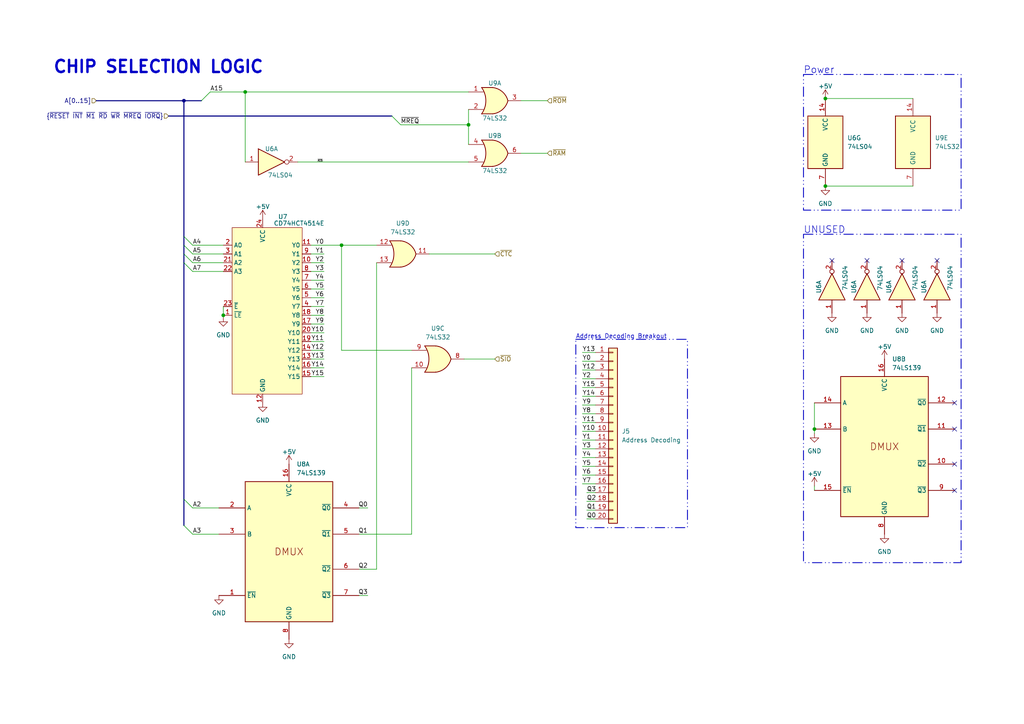
<source format=kicad_sch>
(kicad_sch (version 20230121) (generator eeschema)
  (paper "A4")
  (title_block (title "JML-8-Mini Schematic") (date "2023-10-02") (rev "A") (company "https://github.com/jac-oblong/JML") (comment 1 "Design of Z80 based microcomputer") (comment 3 "Released under MIT License") (comment 4 "Created by: Jacob Long (https://github.com/jac-oblong)"))
  (lib_symbols
    (symbol "74xx:74LS04"
      (property "Reference" "U" (at 0 1.27 0))
      (property "Value" "74LS04" (at 0 -1.27 0))
      (symbol "74LS04_1_0"
        (polyline (pts (xy -3.81 3.81) (xy -3.81 -3.81) (xy 3.81 0) (xy -3.81 3.81)) (stroke (width 0.254)) (fill (type background)))
        (pin input line (at -7.62 0 0) (length 3.81) (name "~") (number "1"))
        (pin output inverted (at 7.62 0 180) (length 3.81) (name "~") (number "2"))
      )
      (symbol "74LS04_2_0"
        (polyline (pts (xy -3.81 3.81) (xy -3.81 -3.81) (xy 3.81 0) (xy -3.81 3.81)) (stroke (width 0.254)) (fill (type background)))
        (pin input line (at -7.62 0 0) (length 3.81) (name "~") (number "3"))
        (pin output inverted (at 7.62 0 180) (length 3.81) (name "~") (number "4"))
      )
      (symbol "74LS04_3_0"
        (polyline (pts (xy -3.81 3.81) (xy -3.81 -3.81) (xy 3.81 0) (xy -3.81 3.81)) (stroke (width 0.254)) (fill (type background)))
        (pin input line (at -7.62 0 0) (length 3.81) (name "~") (number "5"))
        (pin output inverted (at 7.62 0 180) (length 3.81) (name "~") (number "6"))
      )
      (symbol "74LS04_4_0"
        (polyline (pts (xy -3.81 3.81) (xy -3.81 -3.81) (xy 3.81 0) (xy -3.81 3.81)) (stroke (width 0.254)) (fill (type background)))
        (pin output inverted (at 7.62 0 180) (length 3.81) (name "~") (number "8"))
        (pin input line (at -7.62 0 0) (length 3.81) (name "~") (number "9"))
      )
      (symbol "74LS04_5_0"
        (polyline (pts (xy -3.81 3.81) (xy -3.81 -3.81) (xy 3.81 0) (xy -3.81 3.81)) (stroke (width 0.254)) (fill (type background)))
        (pin output inverted (at 7.62 0 180) (length 3.81) (name "~") (number "10"))
        (pin input line (at -7.62 0 0) (length 3.81) (name "~") (number "11"))
      )
      (symbol "74LS04_6_0"
        (polyline (pts (xy -3.81 3.81) (xy -3.81 -3.81) (xy 3.81 0) (xy -3.81 3.81)) (stroke (width 0.254)) (fill (type background)))
        (pin output inverted (at 7.62 0 180) (length 3.81) (name "~") (number "12"))
        (pin input line (at -7.62 0 0) (length 3.81) (name "~") (number "13"))
      )
      (symbol "74LS04_7_0"
        (pin power_in line (at 0 12.7 270) (length 5.08) (name "VCC") (number "14"))
        (pin power_in line (at 0 -12.7 90) (length 5.08) (name "GND") (number "7"))
      )
      (symbol "74LS04_7_1"
        (rectangle (start -5.08 7.62) (end 5.08 -7.62) (stroke (width 0.254)) (fill (type background)))
      )
    )
    (symbol "74xx:74LS32" (pin_names (offset 1.016))
      (property "Reference" "U" (at 0 1.27 0))
      (property "Value" "74LS32" (at 0 -1.27 0))
      (symbol "74LS32_1_1"
        (arc (start -3.81 -3.81) (mid -2.589 0) (end -3.81 3.81) (stroke (width 0.254)))
        (arc (start -0.6096 -3.81) (mid 2.1842 -2.5851) (end 3.81 0) (stroke (width 0.254)) (fill (type background)))
        (polyline (pts (xy -3.81 -3.81) (xy -0.635 -3.81)) (stroke (width 0.254)) (fill (type background)))
        (polyline (pts (xy -3.81 3.81) (xy -0.635 3.81)) (stroke (width 0.254)) (fill (type background)))
        (polyline (pts (xy -0.635 3.81) (xy -3.81 3.81) (xy -3.81 3.81) (xy -3.556 3.4036) (xy -3.0226 2.2606) (xy -2.6924 1.0414) (xy -2.6162 -0.254) (xy -2.7686 -1.4986) (xy -3.175 -2.7178) (xy -3.81 -3.81) (xy -3.81 -3.81) (xy -0.635 -3.81)) (stroke (width -25.4)) (fill (type background)))
        (arc (start 3.81 0) (mid 2.1915 2.5936) (end -0.6096 3.81) (stroke (width 0.254)) (fill (type background)))
        (pin input line (at -7.62 2.54 0) (length 4.318) (name "~") (number "1"))
        (pin input line (at -7.62 -2.54 0) (length 4.318) (name "~") (number "2"))
        (pin output line (at 7.62 0 180) (length 3.81) (name "~") (number "3"))
      )
      (symbol "74LS32_1_2"
        (arc (start 0 -3.81) (mid 3.7934 0) (end 0 3.81) (stroke (width 0.254)) (fill (type background)))
        (polyline (pts (xy 0 3.81) (xy -3.81 3.81) (xy -3.81 -3.81) (xy 0 -3.81)) (stroke (width 0.254)) (fill (type background)))
        (pin input inverted (at -7.62 2.54 0) (length 3.81) (name "~") (number "1"))
        (pin input inverted (at -7.62 -2.54 0) (length 3.81) (name "~") (number "2"))
        (pin output inverted (at 7.62 0 180) (length 3.81) (name "~") (number "3"))
      )
      (symbol "74LS32_2_1"
        (arc (start -3.81 -3.81) (mid -2.589 0) (end -3.81 3.81) (stroke (width 0.254)))
        (arc (start -0.6096 -3.81) (mid 2.1842 -2.5851) (end 3.81 0) (stroke (width 0.254)) (fill (type background)))
        (polyline (pts (xy -3.81 -3.81) (xy -0.635 -3.81)) (stroke (width 0.254)) (fill (type background)))
        (polyline (pts (xy -3.81 3.81) (xy -0.635 3.81)) (stroke (width 0.254)) (fill (type background)))
        (polyline (pts (xy -0.635 3.81) (xy -3.81 3.81) (xy -3.81 3.81) (xy -3.556 3.4036) (xy -3.0226 2.2606) (xy -2.6924 1.0414) (xy -2.6162 -0.254) (xy -2.7686 -1.4986) (xy -3.175 -2.7178) (xy -3.81 -3.81) (xy -3.81 -3.81) (xy -0.635 -3.81)) (stroke (width -25.4)) (fill (type background)))
        (arc (start 3.81 0) (mid 2.1915 2.5936) (end -0.6096 3.81) (stroke (width 0.254)) (fill (type background)))
        (pin input line (at -7.62 2.54 0) (length 4.318) (name "~") (number "4"))
        (pin input line (at -7.62 -2.54 0) (length 4.318) (name "~") (number "5"))
        (pin output line (at 7.62 0 180) (length 3.81) (name "~") (number "6"))
      )
      (symbol "74LS32_2_2"
        (arc (start 0 -3.81) (mid 3.7934 0) (end 0 3.81) (stroke (width 0.254)) (fill (type background)))
        (polyline (pts (xy 0 3.81) (xy -3.81 3.81) (xy -3.81 -3.81) (xy 0 -3.81)) (stroke (width 0.254)) (fill (type background)))
        (pin input inverted (at -7.62 2.54 0) (length 3.81) (name "~") (number "4"))
        (pin input inverted (at -7.62 -2.54 0) (length 3.81) (name "~") (number "5"))
        (pin output inverted (at 7.62 0 180) (length 3.81) (name "~") (number "6"))
      )
      (symbol "74LS32_3_1"
        (arc (start -3.81 -3.81) (mid -2.589 0) (end -3.81 3.81) (stroke (width 0.254)))
        (arc (start -0.6096 -3.81) (mid 2.1842 -2.5851) (end 3.81 0) (stroke (width 0.254)) (fill (type background)))
        (polyline (pts (xy -3.81 -3.81) (xy -0.635 -3.81)) (stroke (width 0.254)) (fill (type background)))
        (polyline (pts (xy -3.81 3.81) (xy -0.635 3.81)) (stroke (width 0.254)) (fill (type background)))
        (polyline (pts (xy -0.635 3.81) (xy -3.81 3.81) (xy -3.81 3.81) (xy -3.556 3.4036) (xy -3.0226 2.2606) (xy -2.6924 1.0414) (xy -2.6162 -0.254) (xy -2.7686 -1.4986) (xy -3.175 -2.7178) (xy -3.81 -3.81) (xy -3.81 -3.81) (xy -0.635 -3.81)) (stroke (width -25.4)) (fill (type background)))
        (arc (start 3.81 0) (mid 2.1915 2.5936) (end -0.6096 3.81) (stroke (width 0.254)) (fill (type background)))
        (pin input line (at -7.62 -2.54 0) (length 4.318) (name "~") (number "10"))
        (pin output line (at 7.62 0 180) (length 3.81) (name "~") (number "8"))
        (pin input line (at -7.62 2.54 0) (length 4.318) (name "~") (number "9"))
      )
      (symbol "74LS32_3_2"
        (arc (start 0 -3.81) (mid 3.7934 0) (end 0 3.81) (stroke (width 0.254)) (fill (type background)))
        (polyline (pts (xy 0 3.81) (xy -3.81 3.81) (xy -3.81 -3.81) (xy 0 -3.81)) (stroke (width 0.254)) (fill (type background)))
        (pin input inverted (at -7.62 -2.54 0) (length 3.81) (name "~") (number "10"))
        (pin output inverted (at 7.62 0 180) (length 3.81) (name "~") (number "8"))
        (pin input inverted (at -7.62 2.54 0) (length 3.81) (name "~") (number "9"))
      )
      (symbol "74LS32_4_1"
        (arc (start -3.81 -3.81) (mid -2.589 0) (end -3.81 3.81) (stroke (width 0.254)))
        (arc (start -0.6096 -3.81) (mid 2.1842 -2.5851) (end 3.81 0) (stroke (width 0.254)) (fill (type background)))
        (polyline (pts (xy -3.81 -3.81) (xy -0.635 -3.81)) (stroke (width 0.254)) (fill (type background)))
        (polyline (pts (xy -3.81 3.81) (xy -0.635 3.81)) (stroke (width 0.254)) (fill (type background)))
        (polyline (pts (xy -0.635 3.81) (xy -3.81 3.81) (xy -3.81 3.81) (xy -3.556 3.4036) (xy -3.0226 2.2606) (xy -2.6924 1.0414) (xy -2.6162 -0.254) (xy -2.7686 -1.4986) (xy -3.175 -2.7178) (xy -3.81 -3.81) (xy -3.81 -3.81) (xy -0.635 -3.81)) (stroke (width -25.4)) (fill (type background)))
        (arc (start 3.81 0) (mid 2.1915 2.5936) (end -0.6096 3.81) (stroke (width 0.254)) (fill (type background)))
        (pin output line (at 7.62 0 180) (length 3.81) (name "~") (number "11"))
        (pin input line (at -7.62 2.54 0) (length 4.318) (name "~") (number "12"))
        (pin input line (at -7.62 -2.54 0) (length 4.318) (name "~") (number "13"))
      )
      (symbol "74LS32_4_2"
        (arc (start 0 -3.81) (mid 3.7934 0) (end 0 3.81) (stroke (width 0.254)) (fill (type background)))
        (polyline (pts (xy 0 3.81) (xy -3.81 3.81) (xy -3.81 -3.81) (xy 0 -3.81)) (stroke (width 0.254)) (fill (type background)))
        (pin output inverted (at 7.62 0 180) (length 3.81) (name "~") (number "11"))
        (pin input inverted (at -7.62 2.54 0) (length 3.81) (name "~") (number "12"))
        (pin input inverted (at -7.62 -2.54 0) (length 3.81) (name "~") (number "13"))
      )
      (symbol "74LS32_5_0"
        (pin power_in line (at 0 12.7 270) (length 5.08) (name "VCC") (number "14"))
        (pin power_in line (at 0 -12.7 90) (length 5.08) (name "GND") (number "7"))
      )
      (symbol "74LS32_5_1"
        (rectangle (start -5.08 7.62) (end 5.08 -7.62) (stroke (width 0.254)) (fill (type background)))
      )
    )
    (symbol "74xx_IEEE:74LS139"
      (property "Reference" "U" (at 12.7 22.86 0))
      (property "Value" "74LS139" (at 15.24 -22.86 0))
      (symbol "74LS139_0_0"
        (rectangle (start -12.7 20.32) (end 12.7 -20.32) (stroke (width 0.254)) (fill (type background)))
        (text "DMUX" (at 0 0 0) (effects (font (size 2.032 2.032))))
        (pin power_in line (at 0 25.4 270) (length 5.08) (name "VCC") (number "16"))
        (pin power_in line (at 0 -25.4 90) (length 5.08) (name "GND") (number "8"))
      )
      (symbol "74LS139_1_1"
        (pin input line (at -20.32 -12.7 0) (length 7.62) (name "~{EN}") (number "1"))
        (pin input line (at -20.32 12.7 0) (length 7.62) (name "A") (number "2"))
        (pin input line (at -20.32 5.08 0) (length 7.62) (name "B") (number "3"))
        (pin output line (at 20.32 12.7 180) (length 7.62) (name "~{Q0}") (number "4"))
        (pin output line (at 20.32 5.08 180) (length 7.62) (name "~{Q1}") (number "5"))
        (pin output line (at 20.32 -5.08 180) (length 7.62) (name "~{Q2}") (number "6"))
        (pin output line (at 20.32 -12.7 180) (length 7.62) (name "~{Q3}") (number "7"))
      )
      (symbol "74LS139_2_1"
        (pin output line (at 20.32 -5.08 180) (length 7.62) (name "~{Q2}") (number "10"))
        (pin output line (at 20.32 5.08 180) (length 7.62) (name "~{Q1}") (number "11"))
        (pin output line (at 20.32 12.7 180) (length 7.62) (name "~{Q0}") (number "12"))
        (pin input line (at -20.32 5.08 0) (length 7.62) (name "B") (number "13"))
        (pin input line (at -20.32 12.7 0) (length 7.62) (name "A") (number "14"))
        (pin input line (at -20.32 -12.7 0) (length 7.62) (name "~{EN}") (number "15"))
        (pin output line (at 20.32 -12.7 180) (length 7.62) (name "~{Q3}") (number "9"))
      )
    )
    (symbol "Connector_Generic:Conn_01x20" (pin_names (offset 1.016) hide)
      (property "Reference" "J" (at 0 25.4 0))
      (property "Value" "Conn_01x20" (at 0 -27.94 0))
      (symbol "Conn_01x20_1_1"
        (rectangle (start -1.27 -25.273) (end 0 -25.527) (stroke (width 0.1524)))
        (rectangle (start -1.27 -22.733) (end 0 -22.987) (stroke (width 0.1524)))
        (rectangle (start -1.27 -20.193) (end 0 -20.447) (stroke (width 0.1524)))
        (rectangle (start -1.27 -17.653) (end 0 -17.907) (stroke (width 0.1524)))
        (rectangle (start -1.27 -15.113) (end 0 -15.367) (stroke (width 0.1524)))
        (rectangle (start -1.27 -12.573) (end 0 -12.827) (stroke (width 0.1524)))
        (rectangle (start -1.27 -10.033) (end 0 -10.287) (stroke (width 0.1524)))
        (rectangle (start -1.27 -7.493) (end 0 -7.747) (stroke (width 0.1524)))
        (rectangle (start -1.27 -4.953) (end 0 -5.207) (stroke (width 0.1524)))
        (rectangle (start -1.27 -2.413) (end 0 -2.667) (stroke (width 0.1524)))
        (rectangle (start -1.27 0.127) (end 0 -0.127) (stroke (width 0.1524)))
        (rectangle (start -1.27 2.667) (end 0 2.413) (stroke (width 0.1524)))
        (rectangle (start -1.27 5.207) (end 0 4.953) (stroke (width 0.1524)))
        (rectangle (start -1.27 7.747) (end 0 7.493) (stroke (width 0.1524)))
        (rectangle (start -1.27 10.287) (end 0 10.033) (stroke (width 0.1524)))
        (rectangle (start -1.27 12.827) (end 0 12.573) (stroke (width 0.1524)))
        (rectangle (start -1.27 15.367) (end 0 15.113) (stroke (width 0.1524)))
        (rectangle (start -1.27 17.907) (end 0 17.653) (stroke (width 0.1524)))
        (rectangle (start -1.27 20.447) (end 0 20.193) (stroke (width 0.1524)))
        (rectangle (start -1.27 22.987) (end 0 22.733) (stroke (width 0.1524)))
        (rectangle (start -1.27 24.13) (end 1.27 -26.67) (stroke (width 0.254)) (fill (type background)))
        (pin passive line (at -5.08 22.86 0) (length 3.81) (name "Pin_1") (number "1"))
        (pin passive line (at -5.08 0 0) (length 3.81) (name "Pin_10") (number "10"))
        (pin passive line (at -5.08 -2.54 0) (length 3.81) (name "Pin_11") (number "11"))
        (pin passive line (at -5.08 -5.08 0) (length 3.81) (name "Pin_12") (number "12"))
        (pin passive line (at -5.08 -7.62 0) (length 3.81) (name "Pin_13") (number "13"))
        (pin passive line (at -5.08 -10.16 0) (length 3.81) (name "Pin_14") (number "14"))
        (pin passive line (at -5.08 -12.7 0) (length 3.81) (name "Pin_15") (number "15"))
        (pin passive line (at -5.08 -15.24 0) (length 3.81) (name "Pin_16") (number "16"))
        (pin passive line (at -5.08 -17.78 0) (length 3.81) (name "Pin_17") (number "17"))
        (pin passive line (at -5.08 -20.32 0) (length 3.81) (name "Pin_18") (number "18"))
        (pin passive line (at -5.08 -22.86 0) (length 3.81) (name "Pin_19") (number "19"))
        (pin passive line (at -5.08 20.32 0) (length 3.81) (name "Pin_2") (number "2"))
        (pin passive line (at -5.08 -25.4 0) (length 3.81) (name "Pin_20") (number "20"))
        (pin passive line (at -5.08 17.78 0) (length 3.81) (name "Pin_3") (number "3"))
        (pin passive line (at -5.08 15.24 0) (length 3.81) (name "Pin_4") (number "4"))
        (pin passive line (at -5.08 12.7 0) (length 3.81) (name "Pin_5") (number "5"))
        (pin passive line (at -5.08 10.16 0) (length 3.81) (name "Pin_6") (number "6"))
        (pin passive line (at -5.08 7.62 0) (length 3.81) (name "Pin_7") (number "7"))
        (pin passive line (at -5.08 5.08 0) (length 3.81) (name "Pin_8") (number "8"))
        (pin passive line (at -5.08 2.54 0) (length 3.81) (name "Pin_9") (number "9"))
      )
    )
    (symbol "jml-8-mini-library:CD74HCT4514E"
      (property "Reference" "U" (at -8.89 25.4 0))
      (property "Value" "CD74HCT4514E" (at 8.89 -25.4 0))
      (symbol "CD74HCT4514E_0_0"
        (pin input line (at -12.7 -1.27 0) (length 2.54) (name "~{LE}") (number "1"))
        (pin output line (at 12.7 19.05 180) (length 2.54) (name "Y0") (number "11"))
        (pin power_in line (at -1.27 -26.67 90) (length 2.54) (name "GND") (number "12"))
        (pin output line (at 12.7 -13.97 180) (length 2.54) (name "Y13") (number "13"))
        (pin output line (at 12.7 -11.43 180) (length 2.54) (name "Y12") (number "14"))
        (pin output line (at 12.7 -19.05 180) (length 2.54) (name "Y15") (number "15"))
        (pin output line (at 12.7 -16.51 180) (length 2.54) (name "Y14") (number "16"))
        (pin output line (at 12.7 -3.81 180) (length 2.54) (name "Y9") (number "17"))
        (pin output line (at 12.7 -1.27 180) (length 2.54) (name "Y8") (number "18"))
        (pin output line (at 12.7 -8.89 180) (length 2.54) (name "Y11") (number "19"))
        (pin input line (at -12.7 19.05 0) (length 2.54) (name "A0") (number "2"))
        (pin output line (at 12.7 -6.35 180) (length 2.54) (name "Y10") (number "20"))
        (pin input line (at -12.7 13.97 0) (length 2.54) (name "A2") (number "21"))
        (pin input line (at -12.7 11.43 0) (length 2.54) (name "A3") (number "22"))
        (pin input line (at -12.7 1.27 0) (length 2.54) (name "~{E}") (number "23"))
        (pin input line (at -1.27 26.67 270) (length 2.54) (name "VCC") (number "24"))
        (pin input line (at -12.7 16.51 0) (length 2.54) (name "A1") (number "3"))
        (pin output line (at 12.7 1.27 180) (length 2.54) (name "Y7") (number "4"))
        (pin output line (at 12.7 3.81 180) (length 2.54) (name "Y6") (number "5"))
        (pin output line (at 12.7 6.35 180) (length 2.54) (name "Y5") (number "6"))
        (pin output line (at 12.7 8.89 180) (length 2.54) (name "Y4") (number "7"))
        (pin output line (at 12.7 11.43 180) (length 2.54) (name "Y3") (number "8"))
      )
      (symbol "CD74HCT4514E_1_0"
        (pin output line (at 12.7 13.97 180) (length 2.54) (name "Y2") (number "10"))
        (pin output line (at 12.7 16.51 180) (length 2.54) (name "Y1") (number "9"))
      )
      (symbol "CD74HCT4514E_1_1"
        (rectangle (start -10.16 24.13) (end 10.16 -24.13) (fill (type background)))
      )
    )
    (symbol "power:+5V" (power) (pin_names (offset 0))
      (property "Value" "+5V" (at 0 3.556 0))
      (symbol "+5V_0_1"
        (polyline (pts (xy -0.762 1.27) (xy 0 2.54)))
        (polyline (pts (xy 0 0) (xy 0 2.54)))
        (polyline (pts (xy 0 2.54) (xy 0.762 1.27)))
      )
      (symbol "+5V_1_1"
        (pin power_in line (at 0 0 90) (length 0) hide (name "+5V") (number "1"))
      )
    )
    (symbol "power:GND" (power) (pin_names (offset 0))
      (property "Value" "GND" (at 0 -3.81 0))
      (symbol "GND_0_1"
        (polyline (pts (xy 0 0) (xy 0 -1.27) (xy 1.27 -1.27) (xy 0 -2.54) (xy -1.27 -1.27) (xy 0 -1.27)))
      )
      (symbol "GND_1_1"
        (pin power_in line (at 0 0 270) (length 0) hide (name "GND") (number "1"))
      )
    )
  )
  (junction (at 239.395 53.975))
  (junction (at 64.77 91.44))
  (junction (at 239.395 28.575))
  (junction (at 236.22 124.46))
  (junction (at 71.12 26.67))
  (junction (at 53.34 29.21))
  (junction (at 99.06 71.12))
  (junction (at 135.89 36.195))
  (no_connect (at 276.86 116.84))
  (no_connect (at 271.78 75.565))
  (no_connect (at 251.46 75.565))
  (no_connect (at 276.86 124.46))
  (no_connect (at 276.86 142.24))
  (no_connect (at 241.3 75.565))
  (no_connect (at 261.62 75.565))
  (no_connect (at 276.86 134.62))
  (bus_entry (at 53.34 152.4) (size 2.54 2.54))
  (bus_entry (at 58.42 29.21) (size 2.54 -2.54))
  (bus_entry (at 53.34 144.78) (size 2.54 2.54))
  (bus_entry (at 53.34 68.58) (size 2.54 2.54))
  (bus_entry (at 53.34 76.2) (size 2.54 2.54))
  (bus_entry (at 53.34 73.66) (size 2.54 2.54))
  (bus_entry (at 53.34 71.12) (size 2.54 2.54))
  (bus_entry (at 113.665 33.655) (size 2.54 2.54))
  (wire (pts (xy 55.88 76.2) (xy 64.77 76.2)))
  (wire (pts (xy 135.89 36.195) (xy 135.89 41.91)))
  (wire (pts (xy 236.22 124.46) (xy 236.22 125.73)))
  (wire (pts (xy 172.72 107.315) (xy 168.91 107.315)))
  (wire (pts (xy 90.17 106.68) (xy 93.98 106.68)))
  (bus (pts (xy 53.34 73.66) (xy 53.34 76.2)))
  (wire (pts (xy 90.17 83.82) (xy 93.98 83.82)))
  (wire (pts (xy 168.91 102.235) (xy 172.72 102.235)))
  (wire (pts (xy 239.395 28.575) (xy 264.795 28.575)))
  (wire (pts (xy 64.77 91.44) (xy 64.77 92.075)))
  (wire (pts (xy 172.72 117.475) (xy 168.91 117.475)))
  (wire (pts (xy 64.77 88.9) (xy 64.77 91.44)))
  (bus (pts (xy 53.34 76.2) (xy 53.34 144.78)))
  (wire (pts (xy 151.13 29.21) (xy 158.75 29.21)))
  (wire (pts (xy 71.12 26.67) (xy 135.89 26.67)))
  (wire (pts (xy 172.72 114.935) (xy 168.91 114.935)))
  (wire (pts (xy 55.88 78.74) (xy 64.77 78.74)))
  (wire (pts (xy 172.72 137.795) (xy 168.91 137.795)))
  (wire (pts (xy 239.395 53.975) (xy 264.795 53.975)))
  (wire (pts (xy 71.12 26.67) (xy 71.12 46.99)))
  (wire (pts (xy 151.13 44.45) (xy 158.75 44.45)))
  (wire (pts (xy 99.06 101.6) (xy 99.06 71.12)))
  (wire (pts (xy 104.14 154.94) (xy 119.38 154.94)))
  (wire (pts (xy 60.96 26.67) (xy 71.12 26.67)))
  (wire (pts (xy 172.72 130.175) (xy 168.91 130.175)))
  (wire (pts (xy 236.22 140.97) (xy 236.22 142.24)))
  (wire (pts (xy 172.72 132.715) (xy 168.91 132.715)))
  (wire (pts (xy 172.72 140.335) (xy 168.91 140.335)))
  (bus (pts (xy 27.94 29.21) (xy 53.34 29.21)))
  (wire (pts (xy 172.72 150.495) (xy 170.18 150.495)))
  (wire (pts (xy 90.17 76.2) (xy 93.98 76.2)))
  (wire (pts (xy 172.72 109.855) (xy 168.91 109.855)))
  (bus (pts (xy 53.34 29.21) (xy 58.42 29.21)))
  (wire (pts (xy 134.62 104.14) (xy 143.51 104.14)))
  (wire (pts (xy 172.72 112.395) (xy 168.91 112.395)))
  (wire (pts (xy 124.46 73.66) (xy 143.51 73.66)))
  (wire (pts (xy 55.88 154.94) (xy 63.5 154.94)))
  (bus (pts (xy 53.34 29.21) (xy 53.34 68.58)))
  (bus (pts (xy 53.34 68.58) (xy 53.34 71.12)))
  (wire (pts (xy 90.17 99.06) (xy 93.98 99.06)))
  (wire (pts (xy 90.17 88.9) (xy 93.98 88.9)))
  (wire (pts (xy 90.17 78.74) (xy 93.98 78.74)))
  (wire (pts (xy 90.17 96.52) (xy 93.98 96.52)))
  (wire (pts (xy 90.17 109.22) (xy 93.98 109.22)))
  (wire (pts (xy 172.72 135.255) (xy 168.91 135.255)))
  (wire (pts (xy 116.205 36.195) (xy 135.89 36.195)))
  (wire (pts (xy 170.18 145.415) (xy 172.72 145.415)))
  (bus (pts (xy 53.34 144.78) (xy 53.34 152.4)))
  (wire (pts (xy 99.06 71.12) (xy 109.22 71.12)))
  (wire (pts (xy 90.17 71.12) (xy 99.06 71.12)))
  (wire (pts (xy 90.17 93.98) (xy 93.98 93.98)))
  (wire (pts (xy 90.17 104.14) (xy 93.98 104.14)))
  (wire (pts (xy 236.22 116.84) (xy 236.22 124.46)))
  (wire (pts (xy 104.14 172.72) (xy 106.68 172.72)))
  (wire (pts (xy 172.72 120.015) (xy 168.91 120.015)))
  (wire (pts (xy 90.17 86.36) (xy 93.98 86.36)))
  (wire (pts (xy 90.17 101.6) (xy 93.98 101.6)))
  (wire (pts (xy 90.17 73.66) (xy 93.98 73.66)))
  (wire (pts (xy 172.72 125.095) (xy 168.91 125.095)))
  (wire (pts (xy 55.88 71.12) (xy 64.77 71.12)))
  (wire (pts (xy 86.36 46.99) (xy 135.89 46.99)))
  (wire (pts (xy 135.89 31.75) (xy 135.89 36.195)))
  (wire (pts (xy 119.38 101.6) (xy 99.06 101.6)))
  (wire (pts (xy 170.18 147.955) (xy 172.72 147.955)))
  (wire (pts (xy 119.38 154.94) (xy 119.38 106.68)))
  (wire (pts (xy 55.88 147.32) (xy 63.5 147.32)))
  (bus (pts (xy 48.895 33.655) (xy 113.665 33.655)))
  (wire (pts (xy 55.88 73.66) (xy 64.77 73.66)))
  (wire (pts (xy 104.14 165.1) (xy 109.22 165.1)))
  (wire (pts (xy 172.72 127.635) (xy 168.91 127.635)))
  (bus (pts (xy 53.34 71.12) (xy 53.34 73.66)))
  (wire (pts (xy 172.72 104.775) (xy 168.91 104.775)))
  (wire (pts (xy 109.22 76.2) (xy 109.22 165.1)))
  (wire (pts (xy 90.17 81.28) (xy 93.98 81.28)))
  (wire (pts (xy 90.17 91.44) (xy 93.98 91.44)))
  (wire (pts (xy 172.72 142.875) (xy 170.18 142.875)))
  (wire (pts (xy 172.72 122.555) (xy 168.91 122.555)))
  (wire (pts (xy 104.14 147.32) (xy 106.68 147.32)))
  (rectangle (start 233.045 21.59) (end 278.765 60.96) (stroke (width 0.25) (type dash_dot_dot)))
  (rectangle (start 233.045 67.945) (end 278.765 163.195) (stroke (width 0.25) (type dash_dot_dot)))
  (rectangle (start 167.005 98.425) (end 199.39 153.035) (stroke (width 0.25) (type dash_dot_dot)))
  (text "Address Decoding Breakout" (at 167.005 98.425 0) (effects (font (size 1.27 1.27)) (justify left bottom)))
  (text "UNUSED" (at 233.045 67.945 0) (effects (font (size 2 2)) (justify left bottom)))
  (text "Power" (at 233.045 21.59 0) (effects (font (size 2 2)) (justify left bottom)))
  (text "CHIP SELECTION LOGIC" (at 15.24 21.59 0) (effects (font (size 3.5 3.5) bold) (justify left bottom)))
  (label "Q1" (at 106.68 154.94 180))
  (label "Y14" (at 168.91 114.935 0))
  (label "Y12" (at 168.91 107.315 0))
  (label "Y2" (at 93.98 76.2 180))
  (label "Q0" (at 170.18 150.495 0))
  (label "Y6" (at 168.91 137.795 0))
  (label "A3" (at 55.88 154.94 0))
  (label "Y6" (at 93.98 86.36 180))
  (label "Y0" (at 93.98 71.12 180))
  (label "Y13" (at 168.91 102.235 0))
  (label "Q3" (at 170.18 142.875 0))
  (label "Q3" (at 106.68 172.72 180))
  (label "Y7" (at 168.91 140.335 0))
  (label "~{MREQ}" (at 116.205 36.195 0))
  (label "A4" (at 55.88 71.12 0))
  (label "Y15" (at 93.98 109.22 180))
  (label "Y1" (at 168.91 127.635 0))
  (label "Y10" (at 168.91 125.095 0))
  (label "~{A15}" (at 92.075 46.99 0) (effects (font (size 0.5 0.5))))
  (label "Q2" (at 106.68 165.1 180))
  (label "Y4" (at 93.98 81.28 180))
  (label "A6" (at 55.88 76.2 0))
  (label "Y11" (at 168.91 122.555 0))
  (label "Y3" (at 168.91 130.175 0))
  (label "Y11" (at 93.98 99.06 180))
  (label "Y15" (at 168.91 112.395 0))
  (label "A5" (at 55.88 73.66 0))
  (label "A7" (at 55.88 78.74 0))
  (label "Y1" (at 93.98 73.66 180))
  (label "Q2" (at 170.18 145.415 0))
  (label "Y0" (at 168.91 104.775 0))
  (label "Y8" (at 93.98 91.44 180))
  (label "Y9" (at 93.98 93.98 180))
  (label "A15" (at 60.96 26.67 0))
  (label "Y4" (at 168.91 132.715 0))
  (label "Y2" (at 168.91 109.855 0))
  (label "Y8" (at 168.91 120.015 0))
  (label "Y3" (at 93.98 78.74 180))
  (label "Y7" (at 93.98 88.9 180))
  (label "Y5" (at 168.91 135.255 0))
  (label "Y13" (at 93.98 104.14 180))
  (label "Q1" (at 170.18 147.955 0))
  (label "Y14" (at 93.98 106.68 180))
  (label "Q0" (at 106.68 147.32 180))
  (label "Y10" (at 93.98 96.52 180))
  (label "Y5" (at 93.98 83.82 180))
  (label "Y12" (at 93.98 101.6 180))
  (label "Y9" (at 168.91 117.475 0))
  (label "A2" (at 55.88 147.32 0))
  (hierarchical_label "~{RAM}" (shape input) (at 158.75 44.45 0))
  (hierarchical_label "{~{RESET} ~{INT} ~{M1} ~{RD} ~{WR} ~{MREQ} ~{IORQ}}" (shape input) (at 48.895 33.655 180))
  (hierarchical_label "~{ROM}" (shape input) (at 158.75 29.21 0))
  (hierarchical_label "A[0..15]" (shape input) (at 27.94 29.21 180))
  (hierarchical_label "~{SIO}" (shape input) (at 143.51 104.14 0))
  (hierarchical_label "~{CTC}" (shape input) (at 143.51 73.66 0))
  (symbol (lib_id "74xx:74LS04") (at 78.74 46.99 0) (unit 1)
    (property "Reference" "U6" (at 78.74 43.18 0))
    (property "Value" "74LS04" (at 81.28 50.8 0))
    (property "Footprint" "Package_DIP:DIP-14_W7.62mm_Socket_LongPads" (effects hide))
    (property "Datasheet" "http://www.ti.com/lit/gpn/sn74LS04" (effects hide))
    (instances (project "jml-8-mini" (path "" (reference "U6") (unit 1)) (path "" (reference "U6") (unit 2))))
  )
  (symbol (lib_id "power:GND") (at 64.77 92.075 0) (unit 1)
    (property "Reference" "#PWR041" (effects hide))
    (property "Value" "GND" (at 64.77 97.155 0))
  )
  (symbol (lib_id "Connector_Generic:Conn_01x20") (at 177.8 125.095 0) (unit 1)
    (property "Reference" "J5" (at 180.34 125.095 0) (effects (justify left)))
    (property "Value" "Address Decoding" (at 180.34 127.635 0) (effects (justify left)))
    (property "Footprint" "Connector_PinHeader_2.54mm:PinHeader_1x20_P2.54mm_Vertical" (effects hide))
  )
  (symbol (lib_id "power:GND") (at 236.22 125.73 0) (unit 1)
    (property "Reference" "#PWR045" (effects hide))
    (property "Value" "GND" (at 236.22 130.81 0))
  )
  (symbol (lib_id "power:+5V") (at 239.395 28.575 0) (unit 1)
    (property "Reference" "#PWR015" (effects hide))
    (property "Value" "+5V" (at 239.395 25.019 0))
    (instances (project "jml-8-mini" (path "" (reference "#PWR015") (unit 1)) (path "" (reference "#PWR014") (unit 1))))
  )
  (symbol (lib_id "74xx:74LS32") (at 116.84 73.66 0) (unit 4)
    (property "Reference" "U9" (at 116.84 64.77 0))
    (property "Value" "74LS32" (at 116.84 67.31 0))
    (property "Footprint" "Package_DIP:DIP-14_W7.62mm_Socket_LongPads" (effects hide))
    (property "Datasheet" "http://www.ti.com/lit/gpn/sn74LS32" (effects hide))
  )
  (symbol (lib_id "power:+5V") (at 76.2 63.5 0) (unit 1)
    (property "Reference" "#PWR06" (effects hide))
    (property "Value" "+5V" (at 76.2 59.944 0))
  )
  (symbol (lib_id "74xx:74LS32") (at 127 104.14 0) (unit 3)
    (property "Reference" "U9" (at 127 95.25 0))
    (property "Value" "74LS32" (at 127 97.79 0))
    (property "Footprint" "Package_DIP:DIP-14_W7.62mm_Socket_LongPads" (effects hide))
    (property "Datasheet" "http://www.ti.com/lit/gpn/sn74LS32" (effects hide))
  )
  (symbol (lib_id "74xx_IEEE:74LS139") (at 256.54 129.54 0) (unit 2)
    (property "Reference" "U8" (at 258.7341 104.14 0) (effects (justify left)))
    (property "Value" "74LS139" (at 258.7341 106.68 0) (effects (justify left)))
    (property "Footprint" "Package_DIP:DIP-16_W7.62mm_Socket_LongPads" (effects hide))
    (property "Datasheet" "http://www.ti.com/lit/ds/symlink/sn74ls139a.pdf" (effects hide))
  )
  (symbol (lib_id "power:GND") (at 63.5 172.72 0) (unit 1)
    (property "Reference" "#PWR042" (effects hide))
    (property "Value" "GND" (at 63.5 177.8 0))
  )
  (symbol (lib_id "power:GND") (at 271.78 90.805 0) (unit 1)
    (property "Reference" "#PWR047" (effects hide))
    (property "Value" "GND" (at 271.78 95.885 0))
  )
  (symbol (lib_id "power:GND") (at 251.46 90.805 0) (unit 1)
    (property "Reference" "#PWR050" (effects hide))
    (property "Value" "GND" (at 251.46 95.885 0))
  )
  (symbol (lib_id "power:GND") (at 256.54 154.94 0) (unit 1)
    (property "Reference" "#PWR044" (effects hide))
    (property "Value" "GND" (at 256.54 160.02 0))
  )
  (symbol (lib_id "jml-8-mini-library:CD74HCT4514E") (at 77.47 90.17 0) (unit 1)
    (property "Reference" "U7" (at 80.645 62.865 0) (effects (justify left)))
    (property "Value" "CD74HCT4514E" (at 79.375 64.77 0) (effects (justify left)))
    (property "Footprint" "Package_DIP:DIP-24_W15.24mm_Socket_LongPads" (effects hide))
  )
  (symbol (lib_id "power:GND") (at 241.3 90.805 0) (unit 1)
    (property "Reference" "#PWR049" (effects hide))
    (property "Value" "GND" (at 241.3 95.885 0))
  )
  (symbol (lib_id "74xx:74LS04") (at 251.46 83.185 90) (unit 1)
    (property "Reference" "U6" (at 247.65 83.185 0))
    (property "Value" "74LS04" (at 255.27 80.645 0))
    (property "Footprint" "Package_DIP:DIP-14_W7.62mm_Socket_LongPads" (effects hide))
    (property "Datasheet" "http://www.ti.com/lit/gpn/sn74LS04" (effects hide))
    (instances (project "jml-8-mini" (path "" (reference "U6") (unit 1)) (path "" (reference "U6") (unit 5))))
  )
  (symbol (lib_id "power:GND") (at 76.2 116.84 0) (unit 1)
    (property "Reference" "#PWR019" (effects hide))
    (property "Value" "GND" (at 76.2 121.92 0))
  )
  (symbol (lib_id "power:+5V") (at 256.54 104.14 0) (unit 1)
    (property "Reference" "#PWR043" (effects hide))
    (property "Value" "+5V" (at 256.54 100.584 0))
  )
  (symbol (lib_id "74xx:74LS04") (at 271.78 83.185 90) (unit 1)
    (property "Reference" "U6" (at 267.97 83.185 0))
    (property "Value" "74LS04" (at 275.59 80.645 0))
    (property "Footprint" "Package_DIP:DIP-14_W7.62mm_Socket_LongPads" (effects hide))
    (property "Datasheet" "http://www.ti.com/lit/gpn/sn74LS04" (effects hide))
    (instances (project "jml-8-mini" (path "" (reference "U6") (unit 1)) (path "" (reference "U6") (unit 3))))
  )
  (symbol (lib_id "74xx:74LS32") (at 143.51 29.21 0) (unit 1)
    (property "Reference" "U9" (at 143.51 24.13 0))
    (property "Value" "74LS32" (at 143.51 34.29 0))
    (property "Footprint" "Package_DIP:DIP-14_W7.62mm_Socket_LongPads" (effects hide))
    (property "Datasheet" "http://www.ti.com/lit/gpn/sn74LS32" (effects hide))
  )
  (symbol (lib_id "power:GND") (at 261.62 90.805 0) (unit 1)
    (property "Reference" "#PWR048" (effects hide))
    (property "Value" "GND" (at 261.62 95.885 0))
  )
  (symbol (lib_id "74xx:74LS04") (at 261.62 83.185 90) (unit 1)
    (property "Reference" "U6" (at 257.81 83.185 0))
    (property "Value" "74LS04" (at 265.43 80.645 0))
    (property "Footprint" "Package_DIP:DIP-14_W7.62mm_Socket_LongPads" (effects hide))
    (property "Datasheet" "http://www.ti.com/lit/gpn/sn74LS04" (effects hide))
    (instances (project "jml-8-mini" (path "" (reference "U6") (unit 1)) (path "" (reference "U6") (unit 4))))
  )
  (symbol (lib_id "74xx_IEEE:74LS139") (at 83.82 160.02 0) (unit 1)
    (property "Reference" "U8" (at 86.0141 134.62 0) (effects (justify left)))
    (property "Value" "74LS139" (at 86.0141 137.16 0) (effects (justify left)))
    (property "Footprint" "Package_DIP:DIP-16_W7.62mm_Socket_LongPads" (effects hide))
    (property "Datasheet" "http://www.ti.com/lit/ds/symlink/sn74ls139a.pdf" (effects hide))
  )
  (symbol (lib_id "74xx:74LS32") (at 143.51 44.45 0) (unit 2)
    (property "Reference" "U9" (at 143.51 39.37 0))
    (property "Value" "74LS32" (at 143.51 49.53 0))
    (property "Footprint" "Package_DIP:DIP-14_W7.62mm_Socket_LongPads" (effects hide))
    (property "Datasheet" "http://www.ti.com/lit/gpn/sn74LS32" (effects hide))
  )
  (symbol (lib_id "power:GND") (at 239.395 53.975 0) (unit 1)
    (property "Reference" "#PWR016" (effects hide))
    (property "Value" "GND" (at 239.395 59.055 0))
  )
  (symbol (lib_id "power:+5V") (at 83.82 134.62 0) (unit 1)
    (property "Reference" "#PWR013" (effects hide))
    (property "Value" "+5V" (at 83.82 131.064 0))
  )
  (symbol (lib_id "power:+5V") (at 236.22 140.97 0) (unit 1)
    (property "Reference" "#PWR046" (effects hide))
    (property "Value" "+5V" (at 236.22 137.414 0))
  )
  (symbol (lib_id "74xx:74LS04") (at 241.3 83.185 90) (unit 1)
    (property "Reference" "U6" (at 237.49 83.185 0))
    (property "Value" "74LS04" (at 245.11 80.645 0))
    (property "Footprint" "Package_DIP:DIP-14_W7.62mm_Socket_LongPads" (effects hide))
    (property "Datasheet" "http://www.ti.com/lit/gpn/sn74LS04" (effects hide))
    (instances (project "jml-8-mini" (path "" (reference "U6") (unit 1)) (path "" (reference "U6") (unit 6))))
  )
  (symbol (lib_id "74xx:74LS32") (at 264.795 41.275 0) (unit 5)
    (property "Reference" "U9" (at 271.145 40.005 0) (effects (justify left)))
    (property "Value" "74LS32" (at 271.145 42.545 0) (effects (justify left)))
    (property "Footprint" "Package_DIP:DIP-14_W7.62mm_Socket_LongPads" (effects hide))
    (property "Datasheet" "http://www.ti.com/lit/gpn/sn74LS32" (effects hide))
  )
  (symbol (lib_id "power:GND") (at 83.82 185.42 0) (unit 1)
    (property "Reference" "#PWR018" (effects hide))
    (property "Value" "GND" (at 83.82 190.5 0))
  )
  (symbol (lib_id "74xx:74LS04") (at 239.395 41.275 0) (unit 7)
    (property "Reference" "U6" (at 245.745 40.005 0) (effects (justify left)))
    (property "Value" "74LS04" (at 245.745 42.545 0) (effects (justify left)))
    (property "Footprint" "Package_DIP:DIP-14_W7.62mm_Socket_LongPads" (effects hide))
    (property "Datasheet" "http://www.ti.com/lit/gpn/sn74LS04" (effects hide))
  )
)
</source>
